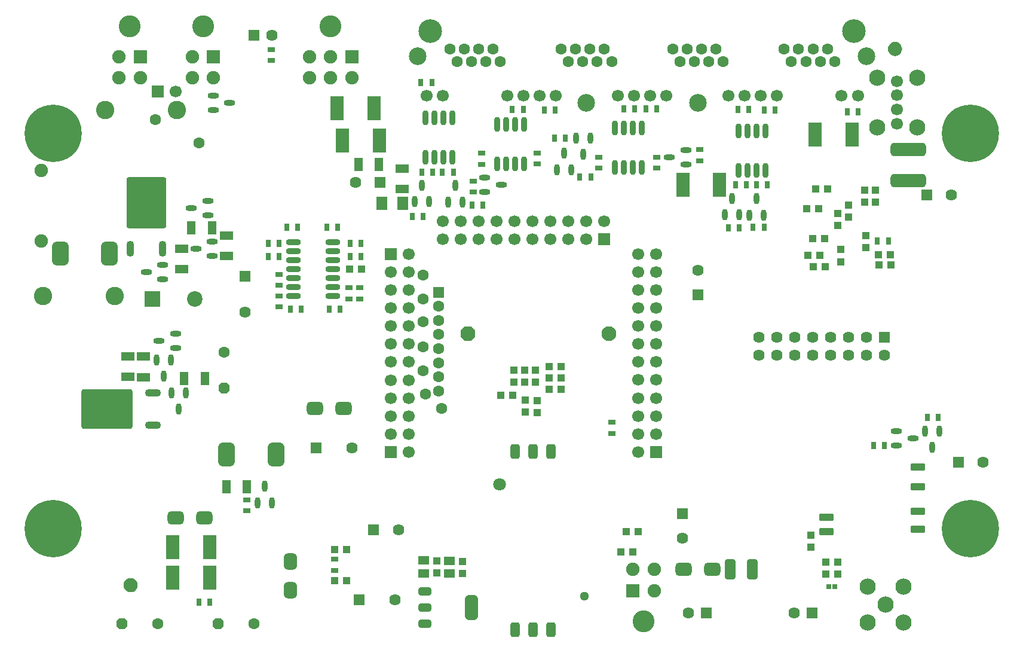
<source format=gbs>
G04*
G04 #@! TF.GenerationSoftware,Altium Limited,Altium Designer,19.1.8 (144)*
G04*
G04 Layer_Color=16711935*
%FSLAX24Y24*%
%MOIN*%
G70*
G01*
G75*
%ADD48R,0.0315X0.0394*%
%ADD49R,0.0394X0.0433*%
%ADD50R,0.0610X0.0492*%
%ADD51R,0.0394X0.0315*%
%ADD52O,0.0630X0.0320*%
%ADD54O,0.0320X0.0630*%
%ADD55R,0.0728X0.0453*%
G04:AMPARAMS|DCode=56|XSize=114.2mil|YSize=63mil|CornerRadius=16.7mil|HoleSize=0mil|Usage=FLASHONLY|Rotation=270.000|XOffset=0mil|YOffset=0mil|HoleType=Round|Shape=RoundedRectangle|*
%AMROUNDEDRECTD56*
21,1,0.1142,0.0295,0,0,270.0*
21,1,0.0807,0.0630,0,0,270.0*
1,1,0.0335,-0.0148,-0.0404*
1,1,0.0335,-0.0148,0.0404*
1,1,0.0335,0.0148,0.0404*
1,1,0.0335,0.0148,-0.0404*
%
%ADD56ROUNDEDRECTD56*%
%ADD57R,0.0433X0.0394*%
%ADD62R,0.0591X0.0748*%
%ADD63R,0.0453X0.0728*%
%ADD67O,0.0335X0.0839*%
%ADD86O,0.0839X0.0335*%
%ADD89C,0.0512*%
G04:AMPARAMS|DCode=90|XSize=90.6mil|YSize=72.8mil|CornerRadius=19.2mil|HoleSize=0mil|Usage=FLASHONLY|Rotation=0.000|XOffset=0mil|YOffset=0mil|HoleType=Round|Shape=RoundedRectangle|*
%AMROUNDEDRECTD90*
21,1,0.0906,0.0344,0,0,0.0*
21,1,0.0522,0.0728,0,0,0.0*
1,1,0.0384,0.0261,-0.0172*
1,1,0.0384,-0.0261,-0.0172*
1,1,0.0384,-0.0261,0.0172*
1,1,0.0384,0.0261,0.0172*
%
%ADD90ROUNDEDRECTD90*%
%ADD91C,0.0669*%
%ADD92C,0.0630*%
%ADD93C,0.0984*%
%ADD94C,0.1319*%
%ADD95P,0.0895X8X202.5*%
%ADD96C,0.0827*%
%ADD97C,0.1220*%
%ADD98C,0.0748*%
%ADD99R,0.0748X0.0748*%
%ADD100R,0.0669X0.0669*%
%ADD101C,0.0639*%
%ADD102R,0.0639X0.0639*%
%ADD103C,0.0709*%
%ADD104P,0.0682X8X292.5*%
%ADD105R,0.0866X0.0866*%
%ADD106C,0.0866*%
%ADD107C,0.3189*%
%ADD108R,0.0639X0.0639*%
%ADD109C,0.1024*%
%ADD110C,0.0906*%
%ADD111R,0.0669X0.0669*%
%ADD112P,0.0682X8X202.5*%
%ADD113R,0.0630X0.0630*%
G04:AMPARAMS|DCode=203|XSize=131.9mil|YSize=94.5mil|CornerRadius=24.6mil|HoleSize=0mil|Usage=FLASHONLY|Rotation=270.000|XOffset=0mil|YOffset=0mil|HoleType=Round|Shape=RoundedRectangle|*
%AMROUNDEDRECTD203*
21,1,0.1319,0.0453,0,0,270.0*
21,1,0.0827,0.0945,0,0,270.0*
1,1,0.0492,-0.0226,-0.0413*
1,1,0.0492,-0.0226,0.0413*
1,1,0.0492,0.0226,0.0413*
1,1,0.0492,0.0226,-0.0413*
%
%ADD203ROUNDEDRECTD203*%
G04:AMPARAMS|DCode=204|XSize=90.6mil|YSize=72.8mil|CornerRadius=19.2mil|HoleSize=0mil|Usage=FLASHONLY|Rotation=90.000|XOffset=0mil|YOffset=0mil|HoleType=Round|Shape=RoundedRectangle|*
%AMROUNDEDRECTD204*
21,1,0.0906,0.0344,0,0,90.0*
21,1,0.0522,0.0728,0,0,90.0*
1,1,0.0384,0.0172,0.0261*
1,1,0.0384,0.0172,-0.0261*
1,1,0.0384,-0.0172,-0.0261*
1,1,0.0384,-0.0172,0.0261*
%
%ADD204ROUNDEDRECTD204*%
G04:AMPARAMS|DCode=205|XSize=198.8mil|YSize=74.8mil|CornerRadius=19.7mil|HoleSize=0mil|Usage=FLASHONLY|Rotation=180.000|XOffset=0mil|YOffset=0mil|HoleType=Round|Shape=RoundedRectangle|*
%AMROUNDEDRECTD205*
21,1,0.1988,0.0354,0,0,180.0*
21,1,0.1594,0.0748,0,0,180.0*
1,1,0.0394,-0.0797,0.0177*
1,1,0.0394,0.0797,0.0177*
1,1,0.0394,0.0797,-0.0177*
1,1,0.0394,-0.0797,-0.0177*
%
%ADD205ROUNDEDRECTD205*%
%ADD206R,0.0748X0.1378*%
G04:AMPARAMS|DCode=207|XSize=82.7mil|YSize=51.2mil|CornerRadius=13.8mil|HoleSize=0mil|Usage=FLASHONLY|Rotation=90.000|XOffset=0mil|YOffset=0mil|HoleType=Round|Shape=RoundedRectangle|*
%AMROUNDEDRECTD207*
21,1,0.0827,0.0236,0,0,90.0*
21,1,0.0551,0.0512,0,0,90.0*
1,1,0.0276,0.0118,0.0276*
1,1,0.0276,0.0118,-0.0276*
1,1,0.0276,-0.0118,-0.0276*
1,1,0.0276,-0.0118,0.0276*
%
%ADD207ROUNDEDRECTD207*%
%ADD208O,0.0433X0.0886*%
G04:AMPARAMS|DCode=209|XSize=283.5mil|YSize=222.4mil|CornerRadius=12.9mil|HoleSize=0mil|Usage=FLASHONLY|Rotation=90.000|XOffset=0mil|YOffset=0mil|HoleType=Round|Shape=RoundedRectangle|*
%AMROUNDEDRECTD209*
21,1,0.2835,0.1967,0,0,90.0*
21,1,0.2577,0.2224,0,0,90.0*
1,1,0.0258,0.0983,0.1288*
1,1,0.0258,0.0983,-0.1288*
1,1,0.0258,-0.0983,-0.1288*
1,1,0.0258,-0.0983,0.1288*
%
%ADD209ROUNDEDRECTD209*%
%ADD210R,0.0256X0.0276*%
G04:AMPARAMS|DCode=211|XSize=45.3mil|YSize=72.8mil|CornerRadius=12.3mil|HoleSize=0mil|Usage=FLASHONLY|Rotation=90.000|XOffset=0mil|YOffset=0mil|HoleType=Round|Shape=RoundedRectangle|*
%AMROUNDEDRECTD211*
21,1,0.0453,0.0482,0,0,90.0*
21,1,0.0207,0.0728,0,0,90.0*
1,1,0.0246,0.0241,0.0103*
1,1,0.0246,0.0241,-0.0103*
1,1,0.0246,-0.0241,-0.0103*
1,1,0.0246,-0.0241,0.0103*
%
%ADD211ROUNDEDRECTD211*%
G04:AMPARAMS|DCode=212|XSize=45.3mil|YSize=72.8mil|CornerRadius=12.3mil|HoleSize=0mil|Usage=FLASHONLY|Rotation=90.000|XOffset=0mil|YOffset=0mil|HoleType=Round|Shape=RoundedRectangle|*
%AMROUNDEDRECTD212*
21,1,0.0453,0.0482,0,0,90.0*
21,1,0.0207,0.0728,0,0,90.0*
1,1,0.0246,0.0241,0.0103*
1,1,0.0246,0.0241,-0.0103*
1,1,0.0246,-0.0241,-0.0103*
1,1,0.0246,-0.0241,0.0103*
%
%ADD212ROUNDEDRECTD212*%
G04:AMPARAMS|DCode=213|XSize=137.8mil|YSize=72.8mil|CornerRadius=19.2mil|HoleSize=0mil|Usage=FLASHONLY|Rotation=90.000|XOffset=0mil|YOffset=0mil|HoleType=Round|Shape=RoundedRectangle|*
%AMROUNDEDRECTD213*
21,1,0.1378,0.0344,0,0,90.0*
21,1,0.0994,0.0728,0,0,90.0*
1,1,0.0384,0.0172,0.0497*
1,1,0.0384,0.0172,-0.0497*
1,1,0.0384,-0.0172,-0.0497*
1,1,0.0384,-0.0172,0.0497*
%
%ADD213ROUNDEDRECTD213*%
G04:AMPARAMS|DCode=214|XSize=82.7mil|YSize=43.3mil|CornerRadius=11.8mil|HoleSize=0mil|Usage=FLASHONLY|Rotation=0.000|XOffset=0mil|YOffset=0mil|HoleType=Round|Shape=RoundedRectangle|*
%AMROUNDEDRECTD214*
21,1,0.0827,0.0197,0,0,0.0*
21,1,0.0591,0.0433,0,0,0.0*
1,1,0.0236,0.0295,-0.0098*
1,1,0.0236,-0.0295,-0.0098*
1,1,0.0236,-0.0295,0.0098*
1,1,0.0236,0.0295,0.0098*
%
%ADD214ROUNDEDRECTD214*%
G04:AMPARAMS|DCode=215|XSize=283.5mil|YSize=222.4mil|CornerRadius=12.9mil|HoleSize=0mil|Usage=FLASHONLY|Rotation=180.000|XOffset=0mil|YOffset=0mil|HoleType=Round|Shape=RoundedRectangle|*
%AMROUNDEDRECTD215*
21,1,0.2835,0.1967,0,0,180.0*
21,1,0.2577,0.2224,0,0,180.0*
1,1,0.0258,-0.1288,0.0983*
1,1,0.0258,0.1288,0.0983*
1,1,0.0258,0.1288,-0.0983*
1,1,0.0258,-0.1288,-0.0983*
%
%ADD215ROUNDEDRECTD215*%
%ADD216O,0.0886X0.0433*%
G36*
X7336Y7963D02*
X7323Y7860D01*
X7283Y7764D01*
X7220Y7682D01*
X7138Y7619D01*
X7042Y7579D01*
X6939Y7566D01*
X6836Y7579D01*
X6740Y7619D01*
X6658Y7682D01*
X6595Y7764D01*
X6555Y7860D01*
X6542Y7963D01*
D01*
X6555Y8065D01*
X6595Y8161D01*
X6658Y8243D01*
X6740Y8306D01*
X6836Y8346D01*
X6939Y8360D01*
X7042Y8346D01*
X7138Y8306D01*
X7220Y8243D01*
X7283Y8161D01*
X7323Y8065D01*
X7336Y7963D01*
D01*
D02*
G37*
G36*
X49984Y37854D02*
X49970Y37752D01*
X49931Y37656D01*
X49867Y37574D01*
X49785Y37510D01*
X49689Y37471D01*
X49587Y37457D01*
X49484Y37471D01*
X49388Y37510D01*
X49306Y37574D01*
X49243Y37656D01*
X49203Y37752D01*
X49190Y37854D01*
D01*
X49203Y37957D01*
X49243Y38053D01*
X49306Y38135D01*
X49388Y38198D01*
X49484Y38238D01*
X49587Y38251D01*
X49689Y38238D01*
X49785Y38198D01*
X49867Y38135D01*
X49931Y38053D01*
X49970Y37957D01*
X49984Y37854D01*
D01*
D02*
G37*
D48*
X40286Y27894D02*
D03*
X40896D02*
D03*
X41664Y27904D02*
D03*
X42274D02*
D03*
X41289Y30266D02*
D03*
X40679D02*
D03*
X42470D02*
D03*
X41860D02*
D03*
X30571Y32894D02*
D03*
X31181D02*
D03*
X32608Y30719D02*
D03*
X31998D02*
D03*
X22658Y28524D02*
D03*
X23268D02*
D03*
X26594Y29144D02*
D03*
X25984D02*
D03*
X23789Y30965D02*
D03*
X23179D02*
D03*
X24941D02*
D03*
X24331D02*
D03*
X28229Y34488D02*
D03*
X28839D02*
D03*
X40807Y34478D02*
D03*
X41417D02*
D03*
X14616Y26998D02*
D03*
X15226D02*
D03*
X23740Y35984D02*
D03*
X23130D02*
D03*
X36299Y34508D02*
D03*
X35689D02*
D03*
X15856Y23337D02*
D03*
X16466D02*
D03*
X48376Y15728D02*
D03*
X48986D02*
D03*
X51988Y17313D02*
D03*
X51378D02*
D03*
X19803Y26998D02*
D03*
X19193D02*
D03*
X15640Y27904D02*
D03*
X16250D02*
D03*
X15226Y26289D02*
D03*
X14616D02*
D03*
X18022Y23337D02*
D03*
X18632D02*
D03*
X18484Y27904D02*
D03*
X17874D02*
D03*
X19193Y26289D02*
D03*
X19803D02*
D03*
X10738Y6998D02*
D03*
X11348D02*
D03*
X46910Y34350D02*
D03*
X47520D02*
D03*
X42903Y34449D02*
D03*
X42293D02*
D03*
X34449Y34508D02*
D03*
X35059D02*
D03*
X30020Y34459D02*
D03*
X30630D02*
D03*
X48603Y27136D02*
D03*
X49213D02*
D03*
D49*
X47885Y29990D02*
D03*
Y29321D02*
D03*
X29518Y19941D02*
D03*
Y19272D02*
D03*
X28947Y17598D02*
D03*
Y18268D02*
D03*
X28917Y19272D02*
D03*
Y19941D02*
D03*
X28317Y19262D02*
D03*
Y19931D02*
D03*
X46388Y28691D02*
D03*
Y28022D02*
D03*
X46983Y29158D02*
D03*
Y28489D02*
D03*
X48475Y29321D02*
D03*
Y29990D02*
D03*
X46377Y8592D02*
D03*
Y9261D02*
D03*
X45708Y8592D02*
D03*
Y9261D02*
D03*
X44872Y10079D02*
D03*
Y10748D02*
D03*
X25463Y9281D02*
D03*
Y8612D02*
D03*
X24016Y8632D02*
D03*
Y9301D02*
D03*
X29616Y18258D02*
D03*
Y17589D02*
D03*
X46545Y25994D02*
D03*
Y26663D02*
D03*
X47943Y26762D02*
D03*
Y27431D02*
D03*
D50*
X24734Y8602D02*
D03*
Y9311D02*
D03*
X23297Y9331D02*
D03*
Y8622D02*
D03*
D51*
X18327Y8789D02*
D03*
Y9399D02*
D03*
X38681Y31624D02*
D03*
Y32234D02*
D03*
X33041Y31821D02*
D03*
Y31211D02*
D03*
X36299Y31211D02*
D03*
Y31821D02*
D03*
X26053Y30492D02*
D03*
Y29882D02*
D03*
X26516Y32037D02*
D03*
Y31427D02*
D03*
X29636Y31437D02*
D03*
Y32047D02*
D03*
X33789Y17028D02*
D03*
Y16418D02*
D03*
X14783Y37815D02*
D03*
Y37205D02*
D03*
X15207Y23484D02*
D03*
Y24094D02*
D03*
X19734Y23927D02*
D03*
Y24537D02*
D03*
X13435Y12716D02*
D03*
Y12106D02*
D03*
X15226Y24666D02*
D03*
Y25276D02*
D03*
X19104Y23927D02*
D03*
Y24537D02*
D03*
D52*
X36998Y31824D02*
D03*
X37908Y31424D02*
D03*
Y32224D02*
D03*
X26698Y29872D02*
D03*
Y30672D02*
D03*
X27608Y30272D02*
D03*
X11540Y34459D02*
D03*
Y35259D02*
D03*
X12450Y34859D02*
D03*
X49661Y15728D02*
D03*
Y16528D02*
D03*
X50571Y16128D02*
D03*
X10571Y26716D02*
D03*
X11481Y26316D02*
D03*
Y27116D02*
D03*
X7805Y25427D02*
D03*
X8715Y25027D02*
D03*
Y25827D02*
D03*
X10335Y28970D02*
D03*
X11245Y28570D02*
D03*
Y29370D02*
D03*
X8534Y21569D02*
D03*
X9444Y21168D02*
D03*
Y21969D02*
D03*
D54*
X31781Y32894D02*
D03*
X32582D02*
D03*
X32181Y31984D02*
D03*
X40496Y29517D02*
D03*
X40096Y28607D02*
D03*
X40896D02*
D03*
X42264Y28587D02*
D03*
X41464D02*
D03*
X41864Y29497D02*
D03*
X31106Y32037D02*
D03*
X30706Y31127D02*
D03*
X31506D02*
D03*
X23202Y30251D02*
D03*
X22802Y29341D02*
D03*
X23602D02*
D03*
X25043Y30230D02*
D03*
X24643Y29320D02*
D03*
X25443D02*
D03*
X14433Y13464D02*
D03*
X14833Y12554D02*
D03*
X14033D02*
D03*
X51670Y15640D02*
D03*
X52070Y16550D02*
D03*
X51270D02*
D03*
X8786Y19597D02*
D03*
X9186Y20507D02*
D03*
X8386D02*
D03*
X9622Y17766D02*
D03*
X10022Y18676D02*
D03*
X9222D02*
D03*
D55*
X22096Y30030D02*
D03*
Y31171D02*
D03*
X9783Y26713D02*
D03*
Y25571D02*
D03*
X7638Y20699D02*
D03*
Y19557D02*
D03*
X6772Y20709D02*
D03*
Y19567D02*
D03*
X12293Y27461D02*
D03*
Y26319D02*
D03*
D56*
X41634Y8839D02*
D03*
X40374D02*
D03*
D57*
X18986Y8209D02*
D03*
X18317D02*
D03*
X18986Y9951D02*
D03*
X18317D02*
D03*
X30295Y20148D02*
D03*
X30965D02*
D03*
X44656Y28947D02*
D03*
X45325D02*
D03*
X30965Y18888D02*
D03*
X30295D02*
D03*
X30295Y19518D02*
D03*
X30965D02*
D03*
X34281Y9823D02*
D03*
X34951D02*
D03*
X28258Y18543D02*
D03*
X27589D02*
D03*
X19154Y25591D02*
D03*
X19823D02*
D03*
X35246Y10935D02*
D03*
X34577D02*
D03*
X49360Y25797D02*
D03*
X48691D02*
D03*
X45374Y26339D02*
D03*
X44705D02*
D03*
X45689Y25699D02*
D03*
X45020D02*
D03*
X45659Y27293D02*
D03*
X44990D02*
D03*
X45157Y30030D02*
D03*
X45827D02*
D03*
X48652Y26388D02*
D03*
X49321D02*
D03*
D62*
X20965Y29242D02*
D03*
X22106D02*
D03*
D63*
X19646Y31407D02*
D03*
X20787D02*
D03*
X12283Y13455D02*
D03*
X13425D02*
D03*
X11073Y19488D02*
D03*
X9931D02*
D03*
X10335Y27874D02*
D03*
X11476D02*
D03*
D67*
X34453Y33430D02*
D03*
Y31230D02*
D03*
X33953Y33430D02*
D03*
Y31230D02*
D03*
X35453Y33430D02*
D03*
X34953D02*
D03*
Y31230D02*
D03*
X35453D02*
D03*
X23888Y34026D02*
D03*
Y31826D02*
D03*
X23388Y34026D02*
D03*
Y31826D02*
D03*
X24888Y34026D02*
D03*
X24388D02*
D03*
Y31826D02*
D03*
X24888D02*
D03*
X27884Y33632D02*
D03*
Y31432D02*
D03*
X27384Y33632D02*
D03*
Y31432D02*
D03*
X28884Y33632D02*
D03*
X28384D02*
D03*
Y31432D02*
D03*
X28884D02*
D03*
X41346Y33273D02*
D03*
Y31073D02*
D03*
X40846Y33273D02*
D03*
Y31073D02*
D03*
X42346Y33273D02*
D03*
X41846D02*
D03*
Y31073D02*
D03*
X42346D02*
D03*
D86*
X16028Y26091D02*
D03*
X18228D02*
D03*
X16028Y24591D02*
D03*
Y25091D02*
D03*
Y25591D02*
D03*
Y24091D02*
D03*
X18228Y24591D02*
D03*
Y25091D02*
D03*
Y25591D02*
D03*
Y24091D02*
D03*
X16028Y26591D02*
D03*
Y27091D02*
D03*
X18228Y26591D02*
D03*
Y27091D02*
D03*
D89*
X6939Y7963D02*
D03*
X49587Y37854D02*
D03*
X32244Y7352D02*
D03*
D90*
X18819Y17815D02*
D03*
X17205D02*
D03*
X37776Y8839D02*
D03*
X39390D02*
D03*
X9439Y11703D02*
D03*
X11053D02*
D03*
D91*
X47504Y35254D02*
D03*
X46602D02*
D03*
X42093D02*
D03*
X42994D02*
D03*
X41191D02*
D03*
X40289D02*
D03*
X30656D02*
D03*
X29754D02*
D03*
X27951D02*
D03*
X28852D02*
D03*
X24343D02*
D03*
X23441D02*
D03*
X34120D02*
D03*
X35022D02*
D03*
X36825D02*
D03*
X35923D02*
D03*
X9455Y35463D02*
D03*
X49695Y33691D02*
D03*
Y34478D02*
D03*
Y35266D02*
D03*
Y36053D02*
D03*
X36240Y17394D02*
D03*
X35240D02*
D03*
X36240Y18394D02*
D03*
Y16394D02*
D03*
X35240Y18394D02*
D03*
Y16394D02*
D03*
Y19396D02*
D03*
Y21396D02*
D03*
X36240Y19396D02*
D03*
Y21396D02*
D03*
X35240Y20396D02*
D03*
X36240D02*
D03*
Y26400D02*
D03*
X35240D02*
D03*
X36240Y25400D02*
D03*
X35240D02*
D03*
Y22398D02*
D03*
Y24398D02*
D03*
X36240Y22398D02*
D03*
Y24398D02*
D03*
X35240Y23398D02*
D03*
X36240D02*
D03*
X35240Y15394D02*
D03*
X30344Y27254D02*
D03*
Y28258D02*
D03*
X31344Y27254D02*
D03*
X29344D02*
D03*
X31344Y28258D02*
D03*
X29344D02*
D03*
X32343D02*
D03*
Y27254D02*
D03*
X33346Y28258D02*
D03*
X27343Y27254D02*
D03*
Y28258D02*
D03*
X28343Y27254D02*
D03*
X26343D02*
D03*
X28343Y28258D02*
D03*
X26343D02*
D03*
X25341D02*
D03*
Y27254D02*
D03*
X24341Y28258D02*
D03*
Y27254D02*
D03*
X22441Y26398D02*
D03*
X21447Y18394D02*
D03*
X22441D02*
D03*
X21447Y17394D02*
D03*
Y19394D02*
D03*
X22441Y17394D02*
D03*
Y19394D02*
D03*
Y16392D02*
D03*
X21447D02*
D03*
X22441Y15392D02*
D03*
X21447Y21396D02*
D03*
X22441D02*
D03*
X21447Y20396D02*
D03*
Y22396D02*
D03*
X22441Y20396D02*
D03*
Y22396D02*
D03*
Y25398D02*
D03*
Y23398D02*
D03*
X21447Y25398D02*
D03*
Y23398D02*
D03*
X22441Y24398D02*
D03*
X21447D02*
D03*
D92*
X23268Y23917D02*
D03*
Y22628D02*
D03*
Y19911D02*
D03*
X24272Y17805D02*
D03*
X23386Y18612D02*
D03*
X23268Y21260D02*
D03*
Y25256D02*
D03*
X10748Y32618D02*
D03*
X8337Y33917D02*
D03*
X25945Y37144D02*
D03*
X26346Y37844D02*
D03*
X25543D02*
D03*
X26748Y37144D02*
D03*
X27150Y37844D02*
D03*
X27551Y37144D02*
D03*
X25142D02*
D03*
X24740Y37844D02*
D03*
X43400D02*
D03*
X43801Y37144D02*
D03*
X46211D02*
D03*
X45809Y37844D02*
D03*
X45407Y37144D02*
D03*
X44203Y37844D02*
D03*
X45006D02*
D03*
X44604Y37144D02*
D03*
X38386D02*
D03*
X38787Y37844D02*
D03*
X37984D02*
D03*
X39189Y37144D02*
D03*
X39591Y37844D02*
D03*
X39992Y37144D02*
D03*
X37583D02*
D03*
X37181Y37844D02*
D03*
X30961D02*
D03*
X31362Y37144D02*
D03*
X33772D02*
D03*
X33370Y37844D02*
D03*
X32968Y37144D02*
D03*
X31764Y37844D02*
D03*
X32567D02*
D03*
X32165Y37144D02*
D03*
X12154Y20949D02*
D03*
X8469Y5809D02*
D03*
X24134Y21929D02*
D03*
Y21142D02*
D03*
Y22717D02*
D03*
Y23504D02*
D03*
Y20354D02*
D03*
Y19567D02*
D03*
Y18780D02*
D03*
X13833Y5809D02*
D03*
D93*
X22953Y37447D02*
D03*
X47992D02*
D03*
X32362Y34852D02*
D03*
X38583D02*
D03*
D94*
X23642Y38848D02*
D03*
X47303D02*
D03*
D95*
X25738Y21988D02*
D03*
D96*
X33612D02*
D03*
D97*
X18100Y39104D02*
D03*
X35561Y5947D02*
D03*
X6890Y39112D02*
D03*
X10974D02*
D03*
D98*
X16919Y36230D02*
D03*
Y37411D02*
D03*
X18100Y36230D02*
D03*
X19282D02*
D03*
X18100Y37411D02*
D03*
X1959Y27156D02*
D03*
Y31093D02*
D03*
X34970Y8829D02*
D03*
X36152D02*
D03*
Y7648D02*
D03*
X6299Y37411D02*
D03*
Y36230D02*
D03*
X7480D02*
D03*
X10384Y37411D02*
D03*
Y36230D02*
D03*
X11565D02*
D03*
D99*
X19282Y37411D02*
D03*
X34970Y7648D02*
D03*
X7480Y37411D02*
D03*
X11565D02*
D03*
D100*
X8455Y35463D02*
D03*
X33346Y27254D02*
D03*
D101*
X38045Y6427D02*
D03*
X19478Y30413D02*
D03*
X54488Y14803D02*
D03*
X43967Y6427D02*
D03*
X14809Y38602D02*
D03*
X13307Y23189D02*
D03*
X52726Y29695D02*
D03*
X47976Y21791D02*
D03*
X46976D02*
D03*
X44976D02*
D03*
X43976D02*
D03*
X41976D02*
D03*
X47976Y20791D02*
D03*
X46976D02*
D03*
X44976D02*
D03*
X43976D02*
D03*
X41976D02*
D03*
X45976Y21791D02*
D03*
X42976D02*
D03*
X48976Y20791D02*
D03*
X45976D02*
D03*
X42976D02*
D03*
X38593Y25522D02*
D03*
X37736Y10571D02*
D03*
X19291Y15600D02*
D03*
X21880Y11033D02*
D03*
X21693Y7146D02*
D03*
D102*
X39045Y6427D02*
D03*
X20856Y30413D02*
D03*
X53110Y14803D02*
D03*
X44967Y6427D02*
D03*
X13809Y38602D02*
D03*
X51348Y29695D02*
D03*
X48976Y21791D02*
D03*
X17291Y15600D02*
D03*
X20502Y11033D02*
D03*
X19693Y7146D02*
D03*
D103*
X27520Y13573D02*
D03*
D104*
X12154Y18949D02*
D03*
D105*
X8159Y23907D02*
D03*
D106*
X10522D02*
D03*
D107*
X53789Y11102D02*
D03*
Y33150D02*
D03*
X2608D02*
D03*
Y11102D02*
D03*
D108*
X13307Y25189D02*
D03*
X38593Y24144D02*
D03*
X37736Y11949D02*
D03*
D109*
X5530Y34459D02*
D03*
X9530D02*
D03*
X6045Y24085D02*
D03*
X2045D02*
D03*
D110*
X50065Y7870D02*
D03*
Y5870D02*
D03*
X48065Y7870D02*
D03*
Y5870D02*
D03*
X49065Y6870D02*
D03*
X48573Y36250D02*
D03*
Y33494D02*
D03*
X50817Y36250D02*
D03*
Y33494D02*
D03*
D111*
X36240Y15394D02*
D03*
X21447Y15392D02*
D03*
Y26398D02*
D03*
D112*
X6469Y5809D02*
D03*
X11833D02*
D03*
D113*
X24134Y24291D02*
D03*
D203*
X15049Y15246D02*
D03*
X12293D02*
D03*
X3012Y26457D02*
D03*
X5768D02*
D03*
D204*
X15846Y9281D02*
D03*
Y7667D02*
D03*
D205*
X50325Y30522D02*
D03*
Y32254D02*
D03*
D206*
X20512Y34547D02*
D03*
X18465D02*
D03*
X39803Y30285D02*
D03*
X37756D02*
D03*
X45128Y33081D02*
D03*
X47175D02*
D03*
X20817Y32746D02*
D03*
X18770D02*
D03*
X9291Y10089D02*
D03*
X11339D02*
D03*
X9291Y8376D02*
D03*
X11339D02*
D03*
D207*
X28382Y5475D02*
D03*
X30382D02*
D03*
X28382Y15425D02*
D03*
X30382D02*
D03*
X29382Y5475D02*
D03*
Y15425D02*
D03*
D208*
X6917Y26703D02*
D03*
X8713D02*
D03*
D209*
X7815Y29262D02*
D03*
D210*
X45876Y7874D02*
D03*
X46211D02*
D03*
D211*
X23356Y5807D02*
D03*
D212*
X23356Y6713D02*
D03*
Y7618D02*
D03*
D213*
X25955Y6713D02*
D03*
D214*
X50856Y14547D02*
D03*
Y13455D02*
D03*
X45768Y11732D02*
D03*
Y10945D02*
D03*
X50856Y11093D02*
D03*
Y12087D02*
D03*
D215*
X5620Y17783D02*
D03*
D216*
X8179Y18681D02*
D03*
Y16886D02*
D03*
M02*

</source>
